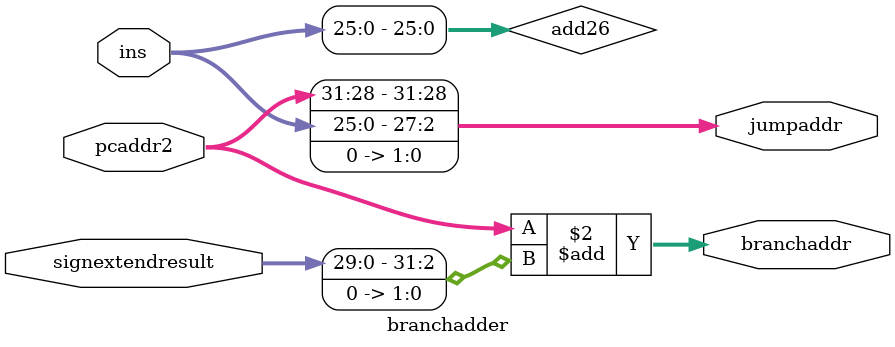
<source format=v>
module branchadder(input [31:0] signextendresult, pcaddr2,
                   input [31:0]  ins,
                   output [31:0] branchaddr, jumpaddr);
    wire [25:0]                  add26;
    assign add26 = ins[25:0];
    
    assign branchaddr = pcaddr2 + (signextendresult<<2);
    assign jumpaddr = {pcaddr2[31:28], add26,2'b0};
    
endmodule // branchadder

</source>
